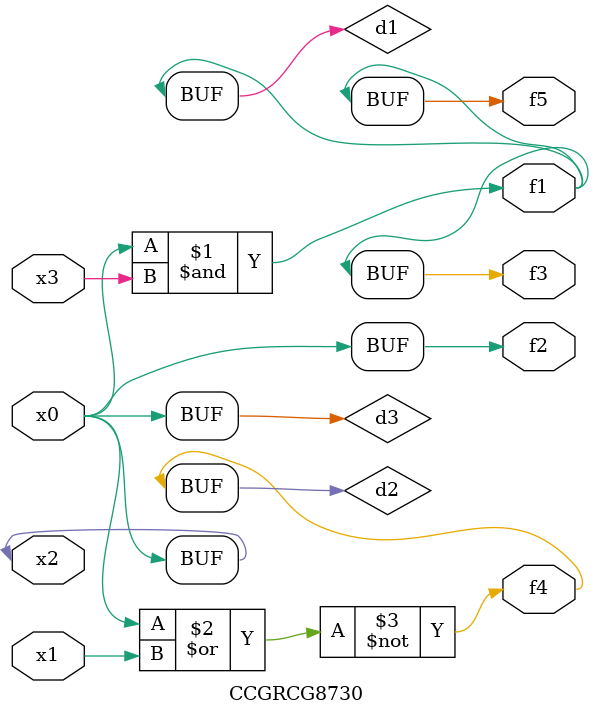
<source format=v>
module CCGRCG8730(
	input x0, x1, x2, x3,
	output f1, f2, f3, f4, f5
);

	wire d1, d2, d3;

	and (d1, x2, x3);
	nor (d2, x0, x1);
	buf (d3, x0, x2);
	assign f1 = d1;
	assign f2 = d3;
	assign f3 = d1;
	assign f4 = d2;
	assign f5 = d1;
endmodule

</source>
